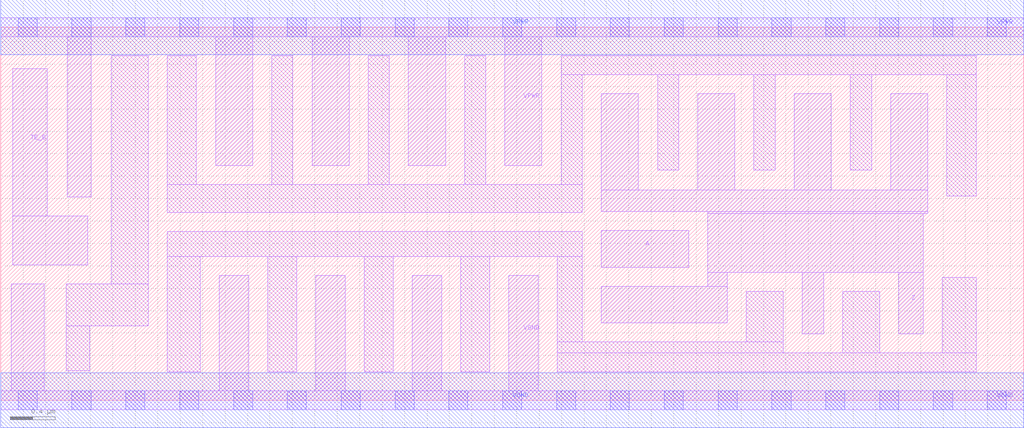
<source format=lef>
# Copyright 2020 The SkyWater PDK Authors
#
# Licensed under the Apache License, Version 2.0 (the "License");
# you may not use this file except in compliance with the License.
# You may obtain a copy of the License at
#
#     https://www.apache.org/licenses/LICENSE-2.0
#
# Unless required by applicable law or agreed to in writing, software
# distributed under the License is distributed on an "AS IS" BASIS,
# WITHOUT WARRANTIES OR CONDITIONS OF ANY KIND, either express or implied.
# See the License for the specific language governing permissions and
# limitations under the License.
#
# SPDX-License-Identifier: Apache-2.0

VERSION 5.7 ;
  NAMESCASESENSITIVE ON ;
  NOWIREEXTENSIONATPIN ON ;
  DIVIDERCHAR "/" ;
  BUSBITCHARS "[]" ;
UNITS
  DATABASE MICRONS 200 ;
END UNITS
MACRO sky130_fd_sc_lp__einvn_8
  CLASS CORE ;
  SOURCE USER ;
  FOREIGN sky130_fd_sc_lp__einvn_8 ;
  ORIGIN  0.000000  0.000000 ;
  SIZE  9.120000 BY  3.330000 ;
  SYMMETRY X Y R90 ;
  SITE unit ;
  PIN A
    ANTENNAGATEAREA  2.520000 ;
    DIRECTION INPUT ;
    USE SIGNAL ;
    PORT
      LAYER li1 ;
        RECT 5.355000 1.185000 6.135000 1.515000 ;
    END
  END A
  PIN TE_B
    ANTENNAGATEAREA  1.827000 ;
    DIRECTION INPUT ;
    USE SIGNAL ;
    PORT
      LAYER li1 ;
        RECT 0.105000 1.210000 0.775000 1.645000 ;
        RECT 0.105000 1.645000 0.415000 2.960000 ;
    END
  END TE_B
  PIN Z
    ANTENNADIFFAREA  2.352000 ;
    DIRECTION OUTPUT ;
    USE SIGNAL ;
    PORT
      LAYER li1 ;
        RECT 5.355000 0.690000 6.475000 1.015000 ;
        RECT 5.355000 1.685000 8.265000 1.875000 ;
        RECT 5.355000 1.875000 5.685000 2.735000 ;
        RECT 6.215000 1.875000 6.545000 2.735000 ;
        RECT 6.305000 1.015000 6.475000 1.140000 ;
        RECT 6.305000 1.140000 8.225000 1.665000 ;
        RECT 6.305000 1.665000 8.265000 1.685000 ;
        RECT 7.075000 1.875000 7.405000 2.735000 ;
        RECT 7.145000 0.595000 7.335000 1.140000 ;
        RECT 7.935000 1.875000 8.265000 2.735000 ;
        RECT 8.005000 0.595000 8.225000 1.140000 ;
    END
  END Z
  PIN VGND
    DIRECTION INOUT ;
    USE GROUND ;
    PORT
      LAYER li1 ;
        RECT 0.000000 -0.085000 9.120000 0.085000 ;
        RECT 0.095000  0.085000 0.390000 1.040000 ;
        RECT 1.950000  0.085000 2.210000 1.115000 ;
        RECT 2.810000  0.085000 3.070000 1.115000 ;
        RECT 3.670000  0.085000 3.930000 1.115000 ;
        RECT 4.530000  0.085000 4.790000 1.115000 ;
      LAYER mcon ;
        RECT 0.155000 -0.085000 0.325000 0.085000 ;
        RECT 0.635000 -0.085000 0.805000 0.085000 ;
        RECT 1.115000 -0.085000 1.285000 0.085000 ;
        RECT 1.595000 -0.085000 1.765000 0.085000 ;
        RECT 2.075000 -0.085000 2.245000 0.085000 ;
        RECT 2.555000 -0.085000 2.725000 0.085000 ;
        RECT 3.035000 -0.085000 3.205000 0.085000 ;
        RECT 3.515000 -0.085000 3.685000 0.085000 ;
        RECT 3.995000 -0.085000 4.165000 0.085000 ;
        RECT 4.475000 -0.085000 4.645000 0.085000 ;
        RECT 4.955000 -0.085000 5.125000 0.085000 ;
        RECT 5.435000 -0.085000 5.605000 0.085000 ;
        RECT 5.915000 -0.085000 6.085000 0.085000 ;
        RECT 6.395000 -0.085000 6.565000 0.085000 ;
        RECT 6.875000 -0.085000 7.045000 0.085000 ;
        RECT 7.355000 -0.085000 7.525000 0.085000 ;
        RECT 7.835000 -0.085000 8.005000 0.085000 ;
        RECT 8.315000 -0.085000 8.485000 0.085000 ;
        RECT 8.795000 -0.085000 8.965000 0.085000 ;
      LAYER met1 ;
        RECT 0.000000 -0.245000 9.120000 0.245000 ;
    END
  END VGND
  PIN VPWR
    DIRECTION INOUT ;
    USE POWER ;
    PORT
      LAYER li1 ;
        RECT 0.000000 3.245000 9.120000 3.415000 ;
        RECT 0.595000 1.815000 0.805000 3.245000 ;
        RECT 1.915000 2.095000 2.245000 3.245000 ;
        RECT 2.775000 2.095000 3.105000 3.245000 ;
        RECT 3.635000 2.095000 3.965000 3.245000 ;
        RECT 4.495000 2.095000 4.825000 3.245000 ;
      LAYER mcon ;
        RECT 0.155000 3.245000 0.325000 3.415000 ;
        RECT 0.635000 3.245000 0.805000 3.415000 ;
        RECT 1.115000 3.245000 1.285000 3.415000 ;
        RECT 1.595000 3.245000 1.765000 3.415000 ;
        RECT 2.075000 3.245000 2.245000 3.415000 ;
        RECT 2.555000 3.245000 2.725000 3.415000 ;
        RECT 3.035000 3.245000 3.205000 3.415000 ;
        RECT 3.515000 3.245000 3.685000 3.415000 ;
        RECT 3.995000 3.245000 4.165000 3.415000 ;
        RECT 4.475000 3.245000 4.645000 3.415000 ;
        RECT 4.955000 3.245000 5.125000 3.415000 ;
        RECT 5.435000 3.245000 5.605000 3.415000 ;
        RECT 5.915000 3.245000 6.085000 3.415000 ;
        RECT 6.395000 3.245000 6.565000 3.415000 ;
        RECT 6.875000 3.245000 7.045000 3.415000 ;
        RECT 7.355000 3.245000 7.525000 3.415000 ;
        RECT 7.835000 3.245000 8.005000 3.415000 ;
        RECT 8.315000 3.245000 8.485000 3.415000 ;
        RECT 8.795000 3.245000 8.965000 3.415000 ;
      LAYER met1 ;
        RECT 0.000000 3.085000 9.120000 3.575000 ;
    END
  END VPWR
  OBS
    LAYER li1 ;
      RECT 0.585000 0.265000 0.795000 0.665000 ;
      RECT 0.585000 0.665000 1.315000 1.040000 ;
      RECT 0.985000 1.040000 1.315000 3.075000 ;
      RECT 1.485000 0.255000 1.780000 1.285000 ;
      RECT 1.485000 1.285000 5.185000 1.505000 ;
      RECT 1.485000 1.675000 5.185000 1.925000 ;
      RECT 1.485000 1.925000 1.745000 3.075000 ;
      RECT 2.380000 0.255000 2.640000 1.285000 ;
      RECT 2.415000 1.925000 2.605000 3.075000 ;
      RECT 3.240000 0.255000 3.500000 1.285000 ;
      RECT 3.275000 1.925000 3.465000 3.075000 ;
      RECT 4.100000 0.255000 4.360000 1.285000 ;
      RECT 4.135000 1.925000 4.325000 3.075000 ;
      RECT 4.960000 0.255000 8.695000 0.425000 ;
      RECT 4.960000 0.425000 6.975000 0.520000 ;
      RECT 4.960000 0.520000 5.185000 1.285000 ;
      RECT 4.995000 1.925000 5.185000 2.905000 ;
      RECT 4.995000 2.905000 8.695000 3.075000 ;
      RECT 5.855000 2.055000 6.045000 2.905000 ;
      RECT 6.645000 0.520000 6.975000 0.970000 ;
      RECT 6.715000 2.055000 6.905000 2.905000 ;
      RECT 7.505000 0.425000 7.835000 0.970000 ;
      RECT 7.575000 2.055000 7.765000 2.905000 ;
      RECT 8.395000 0.425000 8.695000 1.095000 ;
      RECT 8.435000 1.825000 8.695000 2.905000 ;
  END
END sky130_fd_sc_lp__einvn_8

</source>
